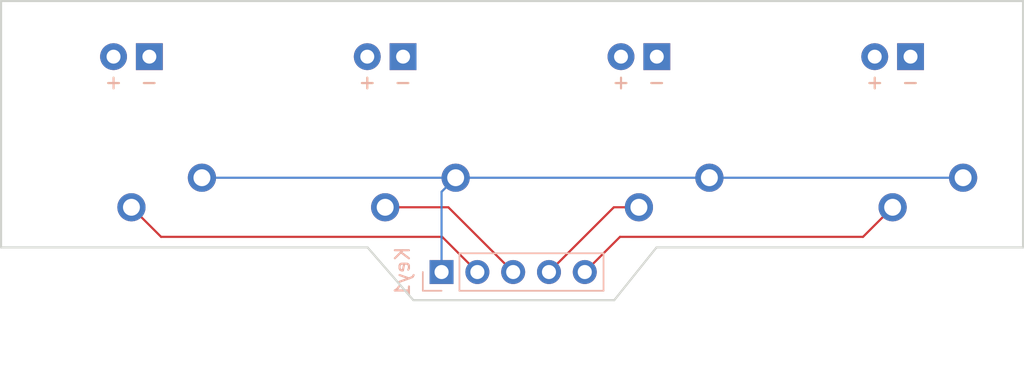
<source format=kicad_pcb>
(kicad_pcb (version 20171130) (host pcbnew 5.1.6)

  (general
    (thickness 1.6)
    (drawings 8)
    (tracks 15)
    (zones 0)
    (modules 5)
    (nets 6)
  )

  (page A4)
  (layers
    (0 F.Cu signal)
    (31 B.Cu signal)
    (32 B.Adhes user)
    (33 F.Adhes user)
    (34 B.Paste user)
    (35 F.Paste user)
    (36 B.SilkS user)
    (37 F.SilkS user)
    (38 B.Mask user)
    (39 F.Mask user)
    (40 Dwgs.User user)
    (41 Cmts.User user)
    (42 Eco1.User user)
    (43 Eco2.User user)
    (44 Edge.Cuts user)
    (45 Margin user)
    (46 B.CrtYd user)
    (47 F.CrtYd user)
    (48 B.Fab user)
    (49 F.Fab user)
  )

  (setup
    (last_trace_width 0.1524)
    (trace_clearance 0.1524)
    (zone_clearance 0.508)
    (zone_45_only no)
    (trace_min 0.1524)
    (via_size 0.508)
    (via_drill 0.254)
    (via_min_size 0.508)
    (via_min_drill 0.254)
    (uvia_size 0.3)
    (uvia_drill 0.1)
    (uvias_allowed no)
    (uvia_min_size 0.2)
    (uvia_min_drill 0.1)
    (edge_width 0.15)
    (segment_width 0.2)
    (pcb_text_width 0.3)
    (pcb_text_size 1.5 1.5)
    (mod_edge_width 0.15)
    (mod_text_size 1 1)
    (mod_text_width 0.15)
    (pad_size 1.524 1.524)
    (pad_drill 0.762)
    (pad_to_mask_clearance 0.051)
    (solder_mask_min_width 0.25)
    (aux_axis_origin 0 0)
    (visible_elements FFFFFF7F)
    (pcbplotparams
      (layerselection 0x010fc_ffffffff)
      (usegerberextensions false)
      (usegerberattributes false)
      (usegerberadvancedattributes false)
      (creategerberjobfile false)
      (excludeedgelayer true)
      (linewidth 0.100000)
      (plotframeref false)
      (viasonmask false)
      (mode 1)
      (useauxorigin false)
      (hpglpennumber 1)
      (hpglpenspeed 20)
      (hpglpendiameter 15.000000)
      (psnegative false)
      (psa4output false)
      (plotreference true)
      (plotvalue true)
      (plotinvisibletext false)
      (padsonsilk false)
      (subtractmaskfromsilk false)
      (outputformat 1)
      (mirror false)
      (drillshape 1)
      (scaleselection 1)
      (outputdirectory ""))
  )

  (net 0 "")
  (net 1 "Net-(K?1-Pad2)")
  (net 2 "Net-(K?1-Pad1)")
  (net 3 "Net-(K?2-Pad1)")
  (net 4 "Net-(K?3-Pad1)")
  (net 5 "Net-(K?4-Pad1)")

  (net_class Default "This is the default net class."
    (clearance 0.1524)
    (trace_width 0.1524)
    (via_dia 0.508)
    (via_drill 0.254)
    (uvia_dia 0.3)
    (uvia_drill 0.1)
    (add_net "Net-(K?1-Pad1)")
    (add_net "Net-(K?1-Pad2)")
    (add_net "Net-(K?2-Pad1)")
    (add_net "Net-(K?3-Pad1)")
    (add_net "Net-(K?4-Pad1)")
  )

  (module keebio:Kailh-PG1350-1u (layer B.Cu) (tedit 5A216705) (tstamp 5CE9FC71)
    (at 111 82.5 180)
    (path /5CEAD877)
    (fp_text reference K?1 (at 0 7.14375 180) (layer Dwgs.User)
      (effects (font (size 1.27 1.524) (thickness 0.2032)))
    )
    (fp_text value KEYSW (at 0 5.08 180) (layer B.SilkS) hide
      (effects (font (size 1.27 1.524) (thickness 0.2032)) (justify mirror))
    )
    (fp_line (start 6.9 -6.9) (end -6.9 -6.9) (layer Cmts.User) (width 0.1524))
    (fp_line (start -6.9 -6.9) (end -6.9 6.9) (layer Cmts.User) (width 0.1524))
    (fp_line (start -6.9 6.9) (end 6.9 6.9) (layer Cmts.User) (width 0.1524))
    (fp_line (start 6.9 6.9) (end 6.9 -6.9) (layer Cmts.User) (width 0.1524))
    (fp_line (start 9 -8.5) (end -9 -8.5) (layer Dwgs.User) (width 0.1524))
    (fp_line (start -9 -8.5) (end -9 8.5) (layer Dwgs.User) (width 0.1524))
    (fp_line (start -9 8.5) (end 9 8.5) (layer Dwgs.User) (width 0.1524))
    (fp_line (start 9 8.5) (end 9 -8.5) (layer Dwgs.User) (width 0.1524))
    (fp_line (start 7.5 -7.5) (end -7.5 -7.5) (layer Eco2.User) (width 0.1524))
    (fp_line (start -7.5 -7.5) (end -7.5 7.5) (layer Eco2.User) (width 0.1524))
    (fp_line (start -7.5 7.5) (end 7.5 7.5) (layer Eco2.User) (width 0.1524))
    (fp_line (start 7.5 7.5) (end 7.5 -7.5) (layer Eco2.User) (width 0.1524))
    (fp_text user + (at 1.27 3 180) (layer B.SilkS)
      (effects (font (size 1 1) (thickness 0.15)) (justify mirror))
    )
    (fp_text user - (at -1.26 3 180) (layer B.SilkS)
      (effects (font (size 1 1) (thickness 0.15)) (justify mirror))
    )
    (fp_text user + (at 1.27 3 180) (layer F.SilkS)
      (effects (font (size 1 1) (thickness 0.15)))
    )
    (fp_text user - (at -1.26 3 180) (layer F.SilkS)
      (effects (font (size 1 1) (thickness 0.15)))
    )
    (pad "" np_thru_hole circle (at 5.5 0) (size 1.7 1.7) (drill 1.7) (layers *.Cu))
    (pad "" np_thru_hole circle (at -5.5 0) (size 1.7 1.7) (drill 1.7) (layers *.Cu))
    (pad 2 thru_hole circle (at -5 -3.8 138.1) (size 2 2) (drill 1.2) (layers *.Cu *.Mask)
      (net 1 "Net-(K?1-Pad2)"))
    (pad 1 thru_hole circle (at 0 -5.9) (size 2 2) (drill 1.2) (layers *.Cu *.Mask)
      (net 2 "Net-(K?1-Pad1)"))
    (pad 3 thru_hole circle (at 1.27 4.8) (size 1.905 1.905) (drill 0.9906) (layers *.Cu *.Mask))
    (pad 4 thru_hole rect (at -1.27 4.8) (size 1.905 1.905) (drill 0.9906) (layers *.Cu *.Mask))
    (pad "" np_thru_hole circle (at 0 0) (size 3.4 3.4) (drill 3.4) (layers *.Cu))
    (pad "" np_thru_hole circle (at 5.22 4.2) (size 1.2 1.2) (drill 1.2) (layers *.Cu))
    (model /Users/danny/Documents/proj/custom-keyboard/kicad-libs/3d_models/mx-switch.wrl
      (offset (xyz 7.4675998878479 7.4675998878479 5.943599910736085))
      (scale (xyz 0.4 0.4 0.4))
      (rotate (xyz 270 0 180))
    )
    (model /Users/danny/Documents/proj/custom-keyboard/kicad-libs/3d_models/SA-R3-1u.wrl
      (offset (xyz 0 0 11.93799982070923))
      (scale (xyz 0.394 0.394 0.394))
      (rotate (xyz 270 0 0))
    )
  )

  (module keebio:Kailh-PG1350-1u (layer B.Cu) (tedit 5A216705) (tstamp 5CE9FC8D)
    (at 129 82.5 180)
    (path /5CEAD5AD)
    (fp_text reference K?2 (at 0 7.14375 180) (layer Dwgs.User)
      (effects (font (size 1.27 1.524) (thickness 0.2032)))
    )
    (fp_text value KEYSW (at 0 5.08 180) (layer B.SilkS) hide
      (effects (font (size 1.27 1.524) (thickness 0.2032)) (justify mirror))
    )
    (fp_line (start 7.5 7.5) (end 7.5 -7.5) (layer Eco2.User) (width 0.1524))
    (fp_line (start -7.5 7.5) (end 7.5 7.5) (layer Eco2.User) (width 0.1524))
    (fp_line (start -7.5 -7.5) (end -7.5 7.5) (layer Eco2.User) (width 0.1524))
    (fp_line (start 7.5 -7.5) (end -7.5 -7.5) (layer Eco2.User) (width 0.1524))
    (fp_line (start 9 8.5) (end 9 -8.5) (layer Dwgs.User) (width 0.1524))
    (fp_line (start -9 8.5) (end 9 8.5) (layer Dwgs.User) (width 0.1524))
    (fp_line (start -9 -8.5) (end -9 8.5) (layer Dwgs.User) (width 0.1524))
    (fp_line (start 9 -8.5) (end -9 -8.5) (layer Dwgs.User) (width 0.1524))
    (fp_line (start 6.9 6.9) (end 6.9 -6.9) (layer Cmts.User) (width 0.1524))
    (fp_line (start -6.9 6.9) (end 6.9 6.9) (layer Cmts.User) (width 0.1524))
    (fp_line (start -6.9 -6.9) (end -6.9 6.9) (layer Cmts.User) (width 0.1524))
    (fp_line (start 6.9 -6.9) (end -6.9 -6.9) (layer Cmts.User) (width 0.1524))
    (fp_text user - (at -1.26 3 180) (layer F.SilkS)
      (effects (font (size 1 1) (thickness 0.15)))
    )
    (fp_text user + (at 1.27 3 180) (layer F.SilkS)
      (effects (font (size 1 1) (thickness 0.15)))
    )
    (fp_text user - (at -1.26 3 180) (layer B.SilkS)
      (effects (font (size 1 1) (thickness 0.15)) (justify mirror))
    )
    (fp_text user + (at 1.27 3 180) (layer B.SilkS)
      (effects (font (size 1 1) (thickness 0.15)) (justify mirror))
    )
    (pad "" np_thru_hole circle (at 5.22 4.2) (size 1.2 1.2) (drill 1.2) (layers *.Cu))
    (pad "" np_thru_hole circle (at 0 0) (size 3.4 3.4) (drill 3.4) (layers *.Cu))
    (pad 4 thru_hole rect (at -1.27 4.8) (size 1.905 1.905) (drill 0.9906) (layers *.Cu *.Mask))
    (pad 3 thru_hole circle (at 1.27 4.8) (size 1.905 1.905) (drill 0.9906) (layers *.Cu *.Mask))
    (pad 1 thru_hole circle (at 0 -5.9) (size 2 2) (drill 1.2) (layers *.Cu *.Mask)
      (net 3 "Net-(K?2-Pad1)"))
    (pad 2 thru_hole circle (at -5 -3.8 138.1) (size 2 2) (drill 1.2) (layers *.Cu *.Mask)
      (net 1 "Net-(K?1-Pad2)"))
    (pad "" np_thru_hole circle (at -5.5 0) (size 1.7 1.7) (drill 1.7) (layers *.Cu))
    (pad "" np_thru_hole circle (at 5.5 0) (size 1.7 1.7) (drill 1.7) (layers *.Cu))
    (model /Users/danny/Documents/proj/custom-keyboard/kicad-libs/3d_models/mx-switch.wrl
      (offset (xyz 7.4675998878479 7.4675998878479 5.943599910736085))
      (scale (xyz 0.4 0.4 0.4))
      (rotate (xyz 270 0 180))
    )
    (model /Users/danny/Documents/proj/custom-keyboard/kicad-libs/3d_models/SA-R3-1u.wrl
      (offset (xyz 0 0 11.93799982070923))
      (scale (xyz 0.394 0.394 0.394))
      (rotate (xyz 270 0 0))
    )
  )

  (module keebio:Kailh-PG1350-1u (layer B.Cu) (tedit 5A216705) (tstamp 5CE9FCA9)
    (at 147 82.5 180)
    (path /5CEACD3F)
    (fp_text reference K?3 (at 0 7.14375 180) (layer Dwgs.User)
      (effects (font (size 1.27 1.524) (thickness 0.2032)))
    )
    (fp_text value KEYSW (at 0 5.08 180) (layer B.SilkS) hide
      (effects (font (size 1.27 1.524) (thickness 0.2032)) (justify mirror))
    )
    (fp_line (start 6.9 -6.9) (end -6.9 -6.9) (layer Cmts.User) (width 0.1524))
    (fp_line (start -6.9 -6.9) (end -6.9 6.9) (layer Cmts.User) (width 0.1524))
    (fp_line (start -6.9 6.9) (end 6.9 6.9) (layer Cmts.User) (width 0.1524))
    (fp_line (start 6.9 6.9) (end 6.9 -6.9) (layer Cmts.User) (width 0.1524))
    (fp_line (start 9 -8.5) (end -9 -8.5) (layer Dwgs.User) (width 0.1524))
    (fp_line (start -9 -8.5) (end -9 8.5) (layer Dwgs.User) (width 0.1524))
    (fp_line (start -9 8.5) (end 9 8.5) (layer Dwgs.User) (width 0.1524))
    (fp_line (start 9 8.5) (end 9 -8.5) (layer Dwgs.User) (width 0.1524))
    (fp_line (start 7.5 -7.5) (end -7.5 -7.5) (layer Eco2.User) (width 0.1524))
    (fp_line (start -7.5 -7.5) (end -7.5 7.5) (layer Eco2.User) (width 0.1524))
    (fp_line (start -7.5 7.5) (end 7.5 7.5) (layer Eco2.User) (width 0.1524))
    (fp_line (start 7.5 7.5) (end 7.5 -7.5) (layer Eco2.User) (width 0.1524))
    (fp_text user + (at 1.27 3 180) (layer B.SilkS)
      (effects (font (size 1 1) (thickness 0.15)) (justify mirror))
    )
    (fp_text user - (at -1.26 3 180) (layer B.SilkS)
      (effects (font (size 1 1) (thickness 0.15)) (justify mirror))
    )
    (fp_text user + (at 1.27 3 180) (layer F.SilkS)
      (effects (font (size 1 1) (thickness 0.15)))
    )
    (fp_text user - (at -1.26 3 180) (layer F.SilkS)
      (effects (font (size 1 1) (thickness 0.15)))
    )
    (pad "" np_thru_hole circle (at 5.5 0) (size 1.7 1.7) (drill 1.7) (layers *.Cu))
    (pad "" np_thru_hole circle (at -5.5 0) (size 1.7 1.7) (drill 1.7) (layers *.Cu))
    (pad 2 thru_hole circle (at -5 -3.8 138.1) (size 2 2) (drill 1.2) (layers *.Cu *.Mask)
      (net 1 "Net-(K?1-Pad2)"))
    (pad 1 thru_hole circle (at 0 -5.9) (size 2 2) (drill 1.2) (layers *.Cu *.Mask)
      (net 4 "Net-(K?3-Pad1)"))
    (pad 3 thru_hole circle (at 1.27 4.8) (size 1.905 1.905) (drill 0.9906) (layers *.Cu *.Mask))
    (pad 4 thru_hole rect (at -1.27 4.8) (size 1.905 1.905) (drill 0.9906) (layers *.Cu *.Mask))
    (pad "" np_thru_hole circle (at 0 0) (size 3.4 3.4) (drill 3.4) (layers *.Cu))
    (pad "" np_thru_hole circle (at 5.22 4.2) (size 1.2 1.2) (drill 1.2) (layers *.Cu))
    (model /Users/danny/Documents/proj/custom-keyboard/kicad-libs/3d_models/mx-switch.wrl
      (offset (xyz 7.4675998878479 7.4675998878479 5.943599910736085))
      (scale (xyz 0.4 0.4 0.4))
      (rotate (xyz 270 0 180))
    )
    (model /Users/danny/Documents/proj/custom-keyboard/kicad-libs/3d_models/SA-R3-1u.wrl
      (offset (xyz 0 0 11.93799982070923))
      (scale (xyz 0.394 0.394 0.394))
      (rotate (xyz 270 0 0))
    )
  )

  (module keebio:Kailh-PG1350-1u (layer B.Cu) (tedit 5A216705) (tstamp 5CE9FCC5)
    (at 165 82.5 180)
    (path /5CEAA223)
    (fp_text reference K?4 (at 0 7.14375 180) (layer Dwgs.User)
      (effects (font (size 1.27 1.524) (thickness 0.2032)))
    )
    (fp_text value KEYSW (at 0 5.08 180) (layer B.SilkS) hide
      (effects (font (size 1.27 1.524) (thickness 0.2032)) (justify mirror))
    )
    (fp_line (start 7.5 7.5) (end 7.5 -7.5) (layer Eco2.User) (width 0.1524))
    (fp_line (start -7.5 7.5) (end 7.5 7.5) (layer Eco2.User) (width 0.1524))
    (fp_line (start -7.5 -7.5) (end -7.5 7.5) (layer Eco2.User) (width 0.1524))
    (fp_line (start 7.5 -7.5) (end -7.5 -7.5) (layer Eco2.User) (width 0.1524))
    (fp_line (start 9 8.5) (end 9 -8.5) (layer Dwgs.User) (width 0.1524))
    (fp_line (start -9 8.5) (end 9 8.5) (layer Dwgs.User) (width 0.1524))
    (fp_line (start -9 -8.5) (end -9 8.5) (layer Dwgs.User) (width 0.1524))
    (fp_line (start 9 -8.5) (end -9 -8.5) (layer Dwgs.User) (width 0.1524))
    (fp_line (start 6.9 6.9) (end 6.9 -6.9) (layer Cmts.User) (width 0.1524))
    (fp_line (start -6.9 6.9) (end 6.9 6.9) (layer Cmts.User) (width 0.1524))
    (fp_line (start -6.9 -6.9) (end -6.9 6.9) (layer Cmts.User) (width 0.1524))
    (fp_line (start 6.9 -6.9) (end -6.9 -6.9) (layer Cmts.User) (width 0.1524))
    (fp_text user - (at -1.26 3 180) (layer F.SilkS)
      (effects (font (size 1 1) (thickness 0.15)))
    )
    (fp_text user + (at 1.27 3 180) (layer F.SilkS)
      (effects (font (size 1 1) (thickness 0.15)))
    )
    (fp_text user - (at -1.26 3 180) (layer B.SilkS)
      (effects (font (size 1 1) (thickness 0.15)) (justify mirror))
    )
    (fp_text user + (at 1.27 3 180) (layer B.SilkS)
      (effects (font (size 1 1) (thickness 0.15)) (justify mirror))
    )
    (pad "" np_thru_hole circle (at 5.22 4.2) (size 1.2 1.2) (drill 1.2) (layers *.Cu))
    (pad "" np_thru_hole circle (at 0 0) (size 3.4 3.4) (drill 3.4) (layers *.Cu))
    (pad 4 thru_hole rect (at -1.27 4.8) (size 1.905 1.905) (drill 0.9906) (layers *.Cu *.Mask))
    (pad 3 thru_hole circle (at 1.27 4.8) (size 1.905 1.905) (drill 0.9906) (layers *.Cu *.Mask))
    (pad 1 thru_hole circle (at 0 -5.9) (size 2 2) (drill 1.2) (layers *.Cu *.Mask)
      (net 5 "Net-(K?4-Pad1)"))
    (pad 2 thru_hole circle (at -5 -3.8 138.1) (size 2 2) (drill 1.2) (layers *.Cu *.Mask)
      (net 1 "Net-(K?1-Pad2)"))
    (pad "" np_thru_hole circle (at -5.5 0) (size 1.7 1.7) (drill 1.7) (layers *.Cu))
    (pad "" np_thru_hole circle (at 5.5 0) (size 1.7 1.7) (drill 1.7) (layers *.Cu))
    (model /Users/danny/Documents/proj/custom-keyboard/kicad-libs/3d_models/mx-switch.wrl
      (offset (xyz 7.4675998878479 7.4675998878479 5.943599910736085))
      (scale (xyz 0.4 0.4 0.4))
      (rotate (xyz 270 0 180))
    )
    (model /Users/danny/Documents/proj/custom-keyboard/kicad-libs/3d_models/SA-R3-1u.wrl
      (offset (xyz 0 0 11.93799982070923))
      (scale (xyz 0.394 0.394 0.394))
      (rotate (xyz 270 0 0))
    )
  )

  (module Connector_PinSocket_2.54mm:PinSocket_1x05_P2.54mm_Vertical (layer B.Cu) (tedit 5A19A420) (tstamp 5CE9FCDE)
    (at 133 93 270)
    (descr "Through hole straight socket strip, 1x05, 2.54mm pitch, single row (from Kicad 4.0.7), script generated")
    (tags "Through hole socket strip THT 1x05 2.54mm single row")
    (path /5CF020F5)
    (fp_text reference Key1 (at 0 2.77 270) (layer B.SilkS)
      (effects (font (size 1 1) (thickness 0.15)) (justify mirror))
    )
    (fp_text value Conn_01x05_Male (at 0 -12.93 270) (layer B.Fab)
      (effects (font (size 1 1) (thickness 0.15)) (justify mirror))
    )
    (fp_line (start -1.8 -11.9) (end -1.8 1.8) (layer B.CrtYd) (width 0.05))
    (fp_line (start 1.75 -11.9) (end -1.8 -11.9) (layer B.CrtYd) (width 0.05))
    (fp_line (start 1.75 1.8) (end 1.75 -11.9) (layer B.CrtYd) (width 0.05))
    (fp_line (start -1.8 1.8) (end 1.75 1.8) (layer B.CrtYd) (width 0.05))
    (fp_line (start 0 1.33) (end 1.33 1.33) (layer B.SilkS) (width 0.12))
    (fp_line (start 1.33 1.33) (end 1.33 0) (layer B.SilkS) (width 0.12))
    (fp_line (start 1.33 -1.27) (end 1.33 -11.49) (layer B.SilkS) (width 0.12))
    (fp_line (start -1.33 -11.49) (end 1.33 -11.49) (layer B.SilkS) (width 0.12))
    (fp_line (start -1.33 -1.27) (end -1.33 -11.49) (layer B.SilkS) (width 0.12))
    (fp_line (start -1.33 -1.27) (end 1.33 -1.27) (layer B.SilkS) (width 0.12))
    (fp_line (start -1.27 -11.43) (end -1.27 1.27) (layer B.Fab) (width 0.1))
    (fp_line (start 1.27 -11.43) (end -1.27 -11.43) (layer B.Fab) (width 0.1))
    (fp_line (start 1.27 0.635) (end 1.27 -11.43) (layer B.Fab) (width 0.1))
    (fp_line (start 0.635 1.27) (end 1.27 0.635) (layer B.Fab) (width 0.1))
    (fp_line (start -1.27 1.27) (end 0.635 1.27) (layer B.Fab) (width 0.1))
    (fp_text user %R (at 0 -5.08) (layer B.Fab)
      (effects (font (size 1 1) (thickness 0.15)) (justify mirror))
    )
    (pad 1 thru_hole rect (at 0 0 270) (size 1.7 1.7) (drill 1) (layers *.Cu *.Mask)
      (net 1 "Net-(K?1-Pad2)"))
    (pad 2 thru_hole oval (at 0 -2.54 270) (size 1.7 1.7) (drill 1) (layers *.Cu *.Mask)
      (net 2 "Net-(K?1-Pad1)"))
    (pad 3 thru_hole oval (at 0 -5.08 270) (size 1.7 1.7) (drill 1) (layers *.Cu *.Mask)
      (net 3 "Net-(K?2-Pad1)"))
    (pad 4 thru_hole oval (at 0 -7.62 270) (size 1.7 1.7) (drill 1) (layers *.Cu *.Mask)
      (net 4 "Net-(K?3-Pad1)"))
    (pad 5 thru_hole oval (at 0 -10.16 270) (size 1.7 1.7) (drill 1) (layers *.Cu *.Mask)
      (net 5 "Net-(K?4-Pad1)"))
    (model ${KISYS3DMOD}/Connector_PinSocket_2.54mm.3dshapes/PinSocket_1x05_P2.54mm_Vertical.wrl
      (at (xyz 0 0 0))
      (scale (xyz 1 1 1))
      (rotate (xyz 0 0 0))
    )
  )

  (gr_line (start 148.25 91.25) (end 145.25 95) (layer Edge.Cuts) (width 0.15) (tstamp 5EB44219))
  (gr_line (start 174.25 91.25) (end 148.25 91.25) (layer Edge.Cuts) (width 0.15))
  (gr_line (start 174.25 73.75) (end 174.25 91.25) (layer Edge.Cuts) (width 0.15))
  (gr_line (start 101.75 73.75) (end 174.25 73.75) (layer Edge.Cuts) (width 0.15))
  (gr_line (start 101.75 91.25) (end 101.75 73.75) (layer Edge.Cuts) (width 0.15))
  (gr_line (start 127.75 91.25) (end 101.75 91.25) (layer Edge.Cuts) (width 0.15))
  (gr_line (start 131 95) (end 127.75 91.25) (layer Edge.Cuts) (width 0.15))
  (gr_line (start 145.25 95) (end 131 95) (layer Edge.Cuts) (width 0.15))

  (segment (start 133.000001 87.299999) (end 134 86.3) (width 0.1524) (layer B.Cu) (net 1))
  (segment (start 133 93) (end 133.000001 87.299999) (width 0.1524) (layer B.Cu) (net 1))
  (segment (start 134 86.3) (end 116 86.3) (width 0.1524) (layer B.Cu) (net 1))
  (segment (start 134 86.3) (end 152 86.3) (width 0.1524) (layer B.Cu) (net 1))
  (segment (start 152 86.3) (end 170 86.3) (width 0.1524) (layer B.Cu) (net 1))
  (segment (start 135.54 93) (end 133.04 90.5) (width 0.1524) (layer F.Cu) (net 2))
  (segment (start 113.1 90.5) (end 111 88.4) (width 0.1524) (layer F.Cu) (net 2))
  (segment (start 133.04 90.5) (end 113.1 90.5) (width 0.1524) (layer F.Cu) (net 2))
  (segment (start 133.48 88.4) (end 129 88.4) (width 0.1524) (layer F.Cu) (net 3))
  (segment (start 138.08 93) (end 133.48 88.4) (width 0.1524) (layer F.Cu) (net 3))
  (segment (start 145.22 88.4) (end 147 88.4) (width 0.1524) (layer F.Cu) (net 4))
  (segment (start 140.62 93) (end 145.22 88.4) (width 0.1524) (layer F.Cu) (net 4))
  (segment (start 162.9 90.5) (end 165 88.4) (width 0.1524) (layer F.Cu) (net 5))
  (segment (start 145.66 90.5) (end 162.9 90.5) (width 0.1524) (layer F.Cu) (net 5))
  (segment (start 143.16 93) (end 145.66 90.5) (width 0.1524) (layer F.Cu) (net 5))

)

</source>
